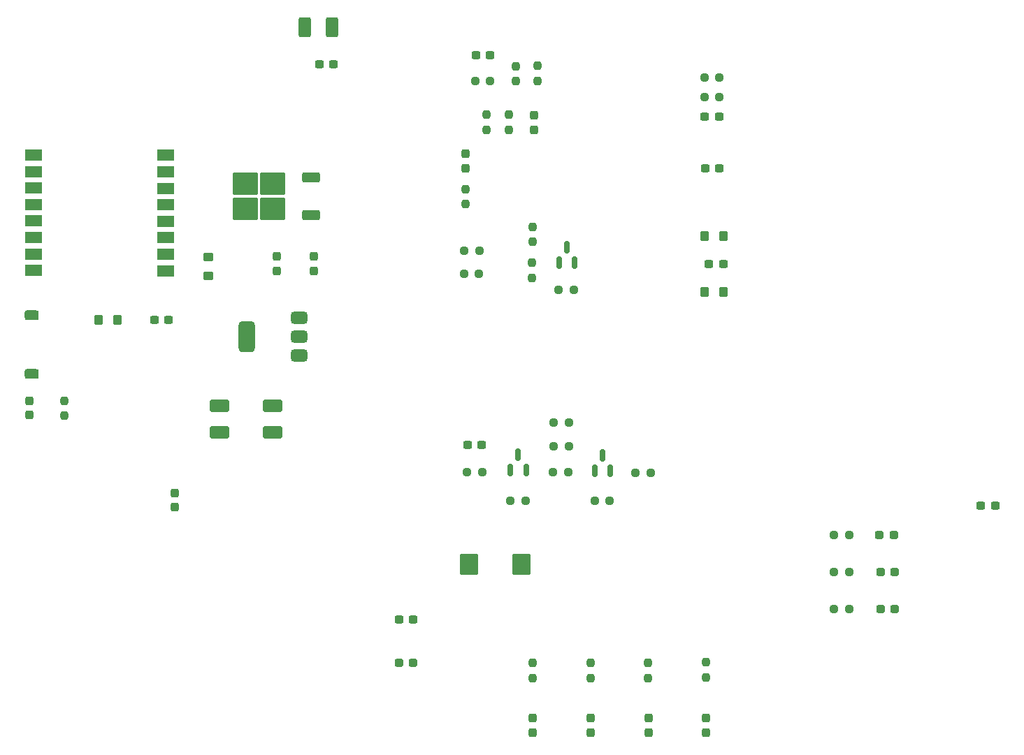
<source format=gbr>
%TF.GenerationSoftware,KiCad,Pcbnew,9.0.2*%
%TF.CreationDate,2025-07-11T17:47:35+09:00*%
%TF.ProjectId,Drone_FC_V1.0,44726f6e-655f-4464-935f-56312e302e6b,rev?*%
%TF.SameCoordinates,Original*%
%TF.FileFunction,Paste,Top*%
%TF.FilePolarity,Positive*%
%FSLAX46Y46*%
G04 Gerber Fmt 4.6, Leading zero omitted, Abs format (unit mm)*
G04 Created by KiCad (PCBNEW 9.0.2) date 2025-07-11 17:47:35*
%MOMM*%
%LPD*%
G01*
G04 APERTURE LIST*
G04 Aperture macros list*
%AMRoundRect*
0 Rectangle with rounded corners*
0 $1 Rounding radius*
0 $2 $3 $4 $5 $6 $7 $8 $9 X,Y pos of 4 corners*
0 Add a 4 corners polygon primitive as box body*
4,1,4,$2,$3,$4,$5,$6,$7,$8,$9,$2,$3,0*
0 Add four circle primitives for the rounded corners*
1,1,$1+$1,$2,$3*
1,1,$1+$1,$4,$5*
1,1,$1+$1,$6,$7*
1,1,$1+$1,$8,$9*
0 Add four rect primitives between the rounded corners*
20,1,$1+$1,$2,$3,$4,$5,0*
20,1,$1+$1,$4,$5,$6,$7,0*
20,1,$1+$1,$6,$7,$8,$9,0*
20,1,$1+$1,$8,$9,$2,$3,0*%
G04 Aperture macros list end*
%ADD10C,0.120000*%
%ADD11RoundRect,0.237500X0.237500X-0.250000X0.237500X0.250000X-0.237500X0.250000X-0.237500X-0.250000X0*%
%ADD12RoundRect,0.250001X-0.944999X0.507499X-0.944999X-0.507499X0.944999X-0.507499X0.944999X0.507499X0*%
%ADD13RoundRect,0.237500X-0.250000X-0.237500X0.250000X-0.237500X0.250000X0.237500X-0.250000X0.237500X0*%
%ADD14RoundRect,0.237500X0.237500X-0.300000X0.237500X0.300000X-0.237500X0.300000X-0.237500X-0.300000X0*%
%ADD15RoundRect,0.250001X-0.872499X-1.044999X0.872499X-1.044999X0.872499X1.044999X-0.872499X1.044999X0*%
%ADD16R,2.000000X1.350000*%
%ADD17RoundRect,0.237500X-0.300000X-0.237500X0.300000X-0.237500X0.300000X0.237500X-0.300000X0.237500X0*%
%ADD18RoundRect,0.237500X0.300000X0.237500X-0.300000X0.237500X-0.300000X-0.237500X0.300000X-0.237500X0*%
%ADD19RoundRect,0.237500X-0.237500X0.300000X-0.237500X-0.300000X0.237500X-0.300000X0.237500X0.300000X0*%
%ADD20RoundRect,0.282500X0.537500X-0.282500X0.537500X0.282500X-0.537500X0.282500X-0.537500X-0.282500X0*%
%ADD21RoundRect,0.287500X0.532500X-0.287500X0.532500X0.287500X-0.532500X0.287500X-0.532500X-0.287500X0*%
%ADD22RoundRect,0.237500X0.237500X-0.287500X0.237500X0.287500X-0.237500X0.287500X-0.237500X-0.287500X0*%
%ADD23RoundRect,0.237500X-0.237500X0.250000X-0.237500X-0.250000X0.237500X-0.250000X0.237500X0.250000X0*%
%ADD24RoundRect,0.237500X0.287500X0.237500X-0.287500X0.237500X-0.287500X-0.237500X0.287500X-0.237500X0*%
%ADD25RoundRect,0.150000X0.150000X-0.587500X0.150000X0.587500X-0.150000X0.587500X-0.150000X-0.587500X0*%
%ADD26RoundRect,0.250000X0.275000X0.350000X-0.275000X0.350000X-0.275000X-0.350000X0.275000X-0.350000X0*%
%ADD27RoundRect,0.375000X0.625000X0.375000X-0.625000X0.375000X-0.625000X-0.375000X0.625000X-0.375000X0*%
%ADD28RoundRect,0.500000X0.500000X1.400000X-0.500000X1.400000X-0.500000X-1.400000X0.500000X-1.400000X0*%
%ADD29RoundRect,0.250000X1.275000X1.125000X-1.275000X1.125000X-1.275000X-1.125000X1.275000X-1.125000X0*%
%ADD30RoundRect,0.250000X0.850000X0.350000X-0.850000X0.350000X-0.850000X-0.350000X0.850000X-0.350000X0*%
%ADD31RoundRect,0.237500X0.250000X0.237500X-0.250000X0.237500X-0.250000X-0.237500X0.250000X-0.237500X0*%
%ADD32RoundRect,0.250000X-0.275000X-0.350000X0.275000X-0.350000X0.275000X0.350000X-0.275000X0.350000X0*%
%ADD33RoundRect,0.250000X0.350000X-0.275000X0.350000X0.275000X-0.350000X0.275000X-0.350000X-0.275000X0*%
%ADD34RoundRect,0.250001X0.507499X0.944999X-0.507499X0.944999X-0.507499X-0.944999X0.507499X-0.944999X0*%
G04 APERTURE END LIST*
%TO.C,SW1*%
D10*
X83460000Y-95904000D02*
X84984000Y-95904000D01*
X84984000Y-94888000D01*
X83460000Y-94888000D01*
X83460000Y-95904000D01*
G36*
X83460000Y-95904000D02*
G01*
X84984000Y-95904000D01*
X84984000Y-94888000D01*
X83460000Y-94888000D01*
X83460000Y-95904000D01*
G37*
X83460000Y-103016000D02*
X84984000Y-103016000D01*
X84984000Y-102000000D01*
X83460000Y-102000000D01*
X83460000Y-103016000D01*
G36*
X83460000Y-103016000D02*
G01*
X84984000Y-103016000D01*
X84984000Y-102000000D01*
X83460000Y-102000000D01*
X83460000Y-103016000D01*
G37*
%TD*%
D11*
%TO.C,R22*%
X142110000Y-72892500D03*
X142110000Y-71067500D03*
%TD*%
%TO.C,R1*%
X136830000Y-81940000D03*
X136830000Y-80115000D03*
%TD*%
D12*
%TO.C,C3*%
X107000000Y-106372500D03*
X107000000Y-109627500D03*
%TD*%
D13*
%TO.C,R15*%
X157410000Y-114522500D03*
X159235000Y-114522500D03*
%TD*%
D14*
%TO.C,C14*%
X145120000Y-72892500D03*
X145120000Y-71167500D03*
%TD*%
D15*
%TO.C,C15*%
X137220000Y-125550000D03*
X143635000Y-125550000D03*
%TD*%
D16*
%TO.C,U6*%
X84510000Y-75975000D03*
X84510000Y-77975000D03*
X84510000Y-79975000D03*
X84510000Y-81975000D03*
X84510000Y-83975000D03*
X84510000Y-85975000D03*
X84510000Y-87975000D03*
X84510000Y-89975000D03*
X100510000Y-90000000D03*
X100510000Y-88000000D03*
X100510000Y-86000000D03*
X100510000Y-84000000D03*
X100510000Y-82000000D03*
X100510000Y-80000000D03*
X100510000Y-78000000D03*
X100510000Y-76000000D03*
%TD*%
D13*
%TO.C,R16*%
X147530000Y-108362500D03*
X149355000Y-108362500D03*
%TD*%
%TO.C,R17*%
X147450000Y-114417500D03*
X149275000Y-114417500D03*
%TD*%
D11*
%TO.C,R2*%
X88246206Y-107578441D03*
X88246206Y-105753441D03*
%TD*%
D17*
%TO.C,C7*%
X165857500Y-77590000D03*
X167582500Y-77590000D03*
%TD*%
D18*
%TO.C,C10*%
X168050000Y-89200000D03*
X166325000Y-89200000D03*
%TD*%
D19*
%TO.C,C17*%
X101640000Y-116957500D03*
X101640000Y-118682500D03*
%TD*%
D12*
%TO.C,C5*%
X113500000Y-106372500D03*
X113500000Y-109627500D03*
%TD*%
D17*
%TO.C,C16*%
X165810000Y-71360000D03*
X167535000Y-71360000D03*
%TD*%
D20*
%TO.C,SW1*%
X84225000Y-102500000D03*
D21*
X84220000Y-95405000D03*
%TD*%
D13*
%TO.C,R4*%
X136647500Y-90410000D03*
X138472500Y-90410000D03*
%TD*%
D22*
%TO.C,D6*%
X145000000Y-146000000D03*
X145000000Y-144250000D03*
%TD*%
D17*
%TO.C,C12*%
X137057500Y-111147500D03*
X138782500Y-111147500D03*
%TD*%
D23*
%TO.C,R9*%
X152020000Y-137557500D03*
X152020000Y-139382500D03*
%TD*%
D13*
%TO.C,R7*%
X181457500Y-122020000D03*
X183282500Y-122020000D03*
%TD*%
D22*
%TO.C,D7*%
X152000000Y-146000000D03*
X152000000Y-144250000D03*
%TD*%
%TO.C,D9*%
X166000000Y-146000000D03*
X166000000Y-144250000D03*
%TD*%
D11*
%TO.C,R12*%
X145560000Y-67002500D03*
X145560000Y-65177500D03*
%TD*%
D24*
%TO.C,D1*%
X130500000Y-137500000D03*
X128750000Y-137500000D03*
%TD*%
D13*
%TO.C,R5*%
X181457500Y-131000000D03*
X183282500Y-131000000D03*
%TD*%
D25*
%TO.C,Q3*%
X148180000Y-88987500D03*
X150080000Y-88987500D03*
X149130000Y-87112500D03*
%TD*%
D23*
%TO.C,R28*%
X144920000Y-84680000D03*
X144920000Y-86505000D03*
%TD*%
D13*
%TO.C,R6*%
X181460000Y-126520000D03*
X183285000Y-126520000D03*
%TD*%
D26*
%TO.C,FB3*%
X168090000Y-92560000D03*
X165790000Y-92560000D03*
%TD*%
D27*
%TO.C,U1*%
X116650000Y-100300000D03*
X116650000Y-98000000D03*
D28*
X110350000Y-98000000D03*
D27*
X116650000Y-95700000D03*
%TD*%
D25*
%TO.C,Q2*%
X152480000Y-114230000D03*
X154380000Y-114230000D03*
X153430000Y-112355000D03*
%TD*%
D17*
%TO.C,C11*%
X138077500Y-63880000D03*
X139802500Y-63880000D03*
%TD*%
D13*
%TO.C,R27*%
X137035000Y-114387500D03*
X138860000Y-114387500D03*
%TD*%
%TO.C,R20*%
X142255000Y-117880000D03*
X144080000Y-117880000D03*
%TD*%
%TO.C,R19*%
X147505000Y-111312500D03*
X149330000Y-111312500D03*
%TD*%
D14*
%TO.C,C6*%
X118500000Y-90000000D03*
X118500000Y-88275000D03*
%TD*%
D23*
%TO.C,R11*%
X165930000Y-137465000D03*
X165930000Y-139290000D03*
%TD*%
D17*
%TO.C,C13*%
X99150000Y-96000000D03*
X100875000Y-96000000D03*
%TD*%
D29*
%TO.C,U2*%
X113500000Y-82500000D03*
X113500000Y-79450000D03*
X110150000Y-82500000D03*
X110150000Y-79450000D03*
D30*
X118125000Y-83255000D03*
X118125000Y-78695000D03*
%TD*%
D23*
%TO.C,R13*%
X142910000Y-65187500D03*
X142910000Y-67012500D03*
%TD*%
D11*
%TO.C,R26*%
X144910000Y-90842500D03*
X144910000Y-89017500D03*
%TD*%
D24*
%TO.C,D3*%
X188850000Y-131010000D03*
X187100000Y-131010000D03*
%TD*%
D13*
%TO.C,R14*%
X138000000Y-67000000D03*
X139825000Y-67000000D03*
%TD*%
D31*
%TO.C,R23*%
X167575000Y-68960000D03*
X165750000Y-68960000D03*
%TD*%
%TO.C,R3*%
X138530000Y-87570000D03*
X136705000Y-87570000D03*
%TD*%
D13*
%TO.C,R18*%
X152487500Y-117890000D03*
X154312500Y-117890000D03*
%TD*%
D22*
%TO.C,D2*%
X84000000Y-107500000D03*
X84000000Y-105750000D03*
%TD*%
D14*
%TO.C,C4*%
X114000000Y-90000000D03*
X114000000Y-88275000D03*
%TD*%
D23*
%TO.C,R21*%
X139360000Y-71087500D03*
X139360000Y-72912500D03*
%TD*%
D18*
%TO.C,300R/1608*%
X130490269Y-132272078D03*
X128765269Y-132272078D03*
%TD*%
D22*
%TO.C,D8*%
X159000000Y-146000000D03*
X159000000Y-144250000D03*
%TD*%
D32*
%TO.C,FB2*%
X92350000Y-96000000D03*
X94650000Y-96000000D03*
%TD*%
D23*
%TO.C,R10*%
X158930000Y-137552500D03*
X158930000Y-139377500D03*
%TD*%
D25*
%TO.C,Q1*%
X142260000Y-114157500D03*
X144160000Y-114157500D03*
X143210000Y-112282500D03*
%TD*%
D33*
%TO.C,FB4*%
X105700000Y-90660000D03*
X105700000Y-88360000D03*
%TD*%
D18*
%TO.C,C8*%
X120862500Y-65000000D03*
X119137500Y-65000000D03*
%TD*%
D14*
%TO.C,C1*%
X136830000Y-77575000D03*
X136830000Y-75850000D03*
%TD*%
D23*
%TO.C,R8*%
X144950000Y-137557500D03*
X144950000Y-139382500D03*
%TD*%
D31*
%TO.C,R25*%
X149950000Y-92350000D03*
X148125000Y-92350000D03*
%TD*%
D13*
%TO.C,R24*%
X165757500Y-66540000D03*
X167582500Y-66540000D03*
%TD*%
D34*
%TO.C,C9*%
X120627500Y-60500000D03*
X117372500Y-60500000D03*
%TD*%
D26*
%TO.C,FB1*%
X168100000Y-85840000D03*
X165800000Y-85840000D03*
%TD*%
D18*
%TO.C,C2*%
X201000000Y-118500000D03*
X199275000Y-118500000D03*
%TD*%
D24*
%TO.C,D5*%
X188725000Y-122010000D03*
X186975000Y-122010000D03*
%TD*%
%TO.C,D4*%
X188850000Y-126510000D03*
X187100000Y-126510000D03*
%TD*%
M02*

</source>
